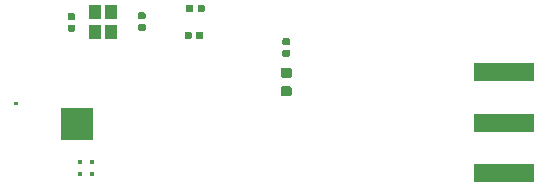
<source format=gbr>
G04 #@! TF.GenerationSoftware,KiCad,Pcbnew,(5.0.2)-1*
G04 #@! TF.CreationDate,2019-03-14T13:57:24-04:00*
G04 #@! TF.ProjectId,PCB10,50434231-302e-46b6-9963-61645f706362,rev?*
G04 #@! TF.SameCoordinates,Original*
G04 #@! TF.FileFunction,Paste,Top*
G04 #@! TF.FilePolarity,Positive*
%FSLAX46Y46*%
G04 Gerber Fmt 4.6, Leading zero omitted, Abs format (unit mm)*
G04 Created by KiCad (PCBNEW (5.0.2)-1) date 3/14/2019 1:57:24 PM*
%MOMM*%
%LPD*%
G01*
G04 APERTURE LIST*
%ADD10C,0.100000*%
%ADD11C,0.875000*%
%ADD12R,0.325000X0.325000*%
%ADD13R,2.670000X2.670000*%
%ADD14C,0.255000*%
%ADD15R,1.100000X1.200000*%
%ADD16C,0.590000*%
%ADD17R,5.080000X1.500000*%
G04 APERTURE END LIST*
D10*
G04 #@! TO.C,L1*
G36*
X176045691Y-95220053D02*
X176066926Y-95223203D01*
X176087750Y-95228419D01*
X176107962Y-95235651D01*
X176127368Y-95244830D01*
X176145781Y-95255866D01*
X176163024Y-95268654D01*
X176178930Y-95283070D01*
X176193346Y-95298976D01*
X176206134Y-95316219D01*
X176217170Y-95334632D01*
X176226349Y-95354038D01*
X176233581Y-95374250D01*
X176238797Y-95395074D01*
X176241947Y-95416309D01*
X176243000Y-95437750D01*
X176243000Y-95875250D01*
X176241947Y-95896691D01*
X176238797Y-95917926D01*
X176233581Y-95938750D01*
X176226349Y-95958962D01*
X176217170Y-95978368D01*
X176206134Y-95996781D01*
X176193346Y-96014024D01*
X176178930Y-96029930D01*
X176163024Y-96044346D01*
X176145781Y-96057134D01*
X176127368Y-96068170D01*
X176107962Y-96077349D01*
X176087750Y-96084581D01*
X176066926Y-96089797D01*
X176045691Y-96092947D01*
X176024250Y-96094000D01*
X175511750Y-96094000D01*
X175490309Y-96092947D01*
X175469074Y-96089797D01*
X175448250Y-96084581D01*
X175428038Y-96077349D01*
X175408632Y-96068170D01*
X175390219Y-96057134D01*
X175372976Y-96044346D01*
X175357070Y-96029930D01*
X175342654Y-96014024D01*
X175329866Y-95996781D01*
X175318830Y-95978368D01*
X175309651Y-95958962D01*
X175302419Y-95938750D01*
X175297203Y-95917926D01*
X175294053Y-95896691D01*
X175293000Y-95875250D01*
X175293000Y-95437750D01*
X175294053Y-95416309D01*
X175297203Y-95395074D01*
X175302419Y-95374250D01*
X175309651Y-95354038D01*
X175318830Y-95334632D01*
X175329866Y-95316219D01*
X175342654Y-95298976D01*
X175357070Y-95283070D01*
X175372976Y-95268654D01*
X175390219Y-95255866D01*
X175408632Y-95244830D01*
X175428038Y-95235651D01*
X175448250Y-95228419D01*
X175469074Y-95223203D01*
X175490309Y-95220053D01*
X175511750Y-95219000D01*
X176024250Y-95219000D01*
X176045691Y-95220053D01*
X176045691Y-95220053D01*
G37*
D11*
X175768000Y-95656500D03*
D10*
G36*
X176045691Y-93645053D02*
X176066926Y-93648203D01*
X176087750Y-93653419D01*
X176107962Y-93660651D01*
X176127368Y-93669830D01*
X176145781Y-93680866D01*
X176163024Y-93693654D01*
X176178930Y-93708070D01*
X176193346Y-93723976D01*
X176206134Y-93741219D01*
X176217170Y-93759632D01*
X176226349Y-93779038D01*
X176233581Y-93799250D01*
X176238797Y-93820074D01*
X176241947Y-93841309D01*
X176243000Y-93862750D01*
X176243000Y-94300250D01*
X176241947Y-94321691D01*
X176238797Y-94342926D01*
X176233581Y-94363750D01*
X176226349Y-94383962D01*
X176217170Y-94403368D01*
X176206134Y-94421781D01*
X176193346Y-94439024D01*
X176178930Y-94454930D01*
X176163024Y-94469346D01*
X176145781Y-94482134D01*
X176127368Y-94493170D01*
X176107962Y-94502349D01*
X176087750Y-94509581D01*
X176066926Y-94514797D01*
X176045691Y-94517947D01*
X176024250Y-94519000D01*
X175511750Y-94519000D01*
X175490309Y-94517947D01*
X175469074Y-94514797D01*
X175448250Y-94509581D01*
X175428038Y-94502349D01*
X175408632Y-94493170D01*
X175390219Y-94482134D01*
X175372976Y-94469346D01*
X175357070Y-94454930D01*
X175342654Y-94439024D01*
X175329866Y-94421781D01*
X175318830Y-94403368D01*
X175309651Y-94383962D01*
X175302419Y-94363750D01*
X175297203Y-94342926D01*
X175294053Y-94321691D01*
X175293000Y-94300250D01*
X175293000Y-93862750D01*
X175294053Y-93841309D01*
X175297203Y-93820074D01*
X175302419Y-93799250D01*
X175309651Y-93779038D01*
X175318830Y-93759632D01*
X175329866Y-93741219D01*
X175342654Y-93723976D01*
X175357070Y-93708070D01*
X175372976Y-93693654D01*
X175390219Y-93680866D01*
X175408632Y-93669830D01*
X175428038Y-93660651D01*
X175448250Y-93653419D01*
X175469074Y-93648203D01*
X175490309Y-93645053D01*
X175511750Y-93644000D01*
X176024250Y-93644000D01*
X176045691Y-93645053D01*
X176045691Y-93645053D01*
G37*
D11*
X175768000Y-94081500D03*
G04 #@! TD*
D12*
G04 #@! TO.C,Transceiver1*
X158345501Y-101674001D03*
X159345501Y-101674001D03*
X158345501Y-102674001D03*
X159345501Y-102674001D03*
D13*
X158095501Y-98424001D03*
D10*
G36*
X152990500Y-96546808D02*
X152996688Y-96547726D01*
X153002757Y-96549246D01*
X153008647Y-96551354D01*
X153014303Y-96554029D01*
X153019669Y-96557245D01*
X153024694Y-96560972D01*
X153029329Y-96565173D01*
X153033530Y-96569808D01*
X153037257Y-96574833D01*
X153040473Y-96580199D01*
X153043148Y-96585855D01*
X153045256Y-96591745D01*
X153046776Y-96597814D01*
X153047694Y-96604002D01*
X153048001Y-96610251D01*
X153048001Y-96737751D01*
X153047694Y-96744000D01*
X153046776Y-96750188D01*
X153045256Y-96756257D01*
X153043148Y-96762147D01*
X153040473Y-96767803D01*
X153037257Y-96773169D01*
X153033530Y-96778194D01*
X153029329Y-96782829D01*
X153024694Y-96787030D01*
X153019669Y-96790757D01*
X153014303Y-96793973D01*
X153008647Y-96796648D01*
X153002757Y-96798756D01*
X152996688Y-96800276D01*
X152990500Y-96801194D01*
X152984251Y-96801501D01*
X152756751Y-96801501D01*
X152750502Y-96801194D01*
X152744314Y-96800276D01*
X152738245Y-96798756D01*
X152732355Y-96796648D01*
X152726699Y-96793973D01*
X152721333Y-96790757D01*
X152716308Y-96787030D01*
X152711673Y-96782829D01*
X152707472Y-96778194D01*
X152703745Y-96773169D01*
X152700529Y-96767803D01*
X152697854Y-96762147D01*
X152695746Y-96756257D01*
X152694226Y-96750188D01*
X152693308Y-96744000D01*
X152693001Y-96737751D01*
X152693001Y-96610251D01*
X152693308Y-96604002D01*
X152694226Y-96597814D01*
X152695746Y-96591745D01*
X152697854Y-96585855D01*
X152700529Y-96580199D01*
X152703745Y-96574833D01*
X152707472Y-96569808D01*
X152711673Y-96565173D01*
X152716308Y-96560972D01*
X152721333Y-96557245D01*
X152726699Y-96554029D01*
X152732355Y-96551354D01*
X152738245Y-96549246D01*
X152744314Y-96547726D01*
X152750502Y-96546808D01*
X152756751Y-96546501D01*
X152984251Y-96546501D01*
X152990500Y-96546808D01*
X152990500Y-96546808D01*
G37*
D14*
X152870501Y-96674001D03*
G04 #@! TD*
D15*
G04 #@! TO.C,Y1*
X160949042Y-88972714D03*
X160949042Y-90672714D03*
X159549042Y-88972714D03*
X159549042Y-90672714D03*
G04 #@! TD*
D10*
G04 #@! TO.C,CrystalCap1*
G36*
X163738000Y-88979924D02*
X163752318Y-88982048D01*
X163766359Y-88985565D01*
X163779988Y-88990442D01*
X163793073Y-88996631D01*
X163805489Y-89004072D01*
X163817115Y-89012695D01*
X163827840Y-89022416D01*
X163837561Y-89033141D01*
X163846184Y-89044767D01*
X163853625Y-89057183D01*
X163859814Y-89070268D01*
X163864691Y-89083897D01*
X163868208Y-89097938D01*
X163870332Y-89112256D01*
X163871042Y-89126714D01*
X163871042Y-89421714D01*
X163870332Y-89436172D01*
X163868208Y-89450490D01*
X163864691Y-89464531D01*
X163859814Y-89478160D01*
X163853625Y-89491245D01*
X163846184Y-89503661D01*
X163837561Y-89515287D01*
X163827840Y-89526012D01*
X163817115Y-89535733D01*
X163805489Y-89544356D01*
X163793073Y-89551797D01*
X163779988Y-89557986D01*
X163766359Y-89562863D01*
X163752318Y-89566380D01*
X163738000Y-89568504D01*
X163723542Y-89569214D01*
X163378542Y-89569214D01*
X163364084Y-89568504D01*
X163349766Y-89566380D01*
X163335725Y-89562863D01*
X163322096Y-89557986D01*
X163309011Y-89551797D01*
X163296595Y-89544356D01*
X163284969Y-89535733D01*
X163274244Y-89526012D01*
X163264523Y-89515287D01*
X163255900Y-89503661D01*
X163248459Y-89491245D01*
X163242270Y-89478160D01*
X163237393Y-89464531D01*
X163233876Y-89450490D01*
X163231752Y-89436172D01*
X163231042Y-89421714D01*
X163231042Y-89126714D01*
X163231752Y-89112256D01*
X163233876Y-89097938D01*
X163237393Y-89083897D01*
X163242270Y-89070268D01*
X163248459Y-89057183D01*
X163255900Y-89044767D01*
X163264523Y-89033141D01*
X163274244Y-89022416D01*
X163284969Y-89012695D01*
X163296595Y-89004072D01*
X163309011Y-88996631D01*
X163322096Y-88990442D01*
X163335725Y-88985565D01*
X163349766Y-88982048D01*
X163364084Y-88979924D01*
X163378542Y-88979214D01*
X163723542Y-88979214D01*
X163738000Y-88979924D01*
X163738000Y-88979924D01*
G37*
D16*
X163551042Y-89274214D03*
D10*
G36*
X163738000Y-89949924D02*
X163752318Y-89952048D01*
X163766359Y-89955565D01*
X163779988Y-89960442D01*
X163793073Y-89966631D01*
X163805489Y-89974072D01*
X163817115Y-89982695D01*
X163827840Y-89992416D01*
X163837561Y-90003141D01*
X163846184Y-90014767D01*
X163853625Y-90027183D01*
X163859814Y-90040268D01*
X163864691Y-90053897D01*
X163868208Y-90067938D01*
X163870332Y-90082256D01*
X163871042Y-90096714D01*
X163871042Y-90391714D01*
X163870332Y-90406172D01*
X163868208Y-90420490D01*
X163864691Y-90434531D01*
X163859814Y-90448160D01*
X163853625Y-90461245D01*
X163846184Y-90473661D01*
X163837561Y-90485287D01*
X163827840Y-90496012D01*
X163817115Y-90505733D01*
X163805489Y-90514356D01*
X163793073Y-90521797D01*
X163779988Y-90527986D01*
X163766359Y-90532863D01*
X163752318Y-90536380D01*
X163738000Y-90538504D01*
X163723542Y-90539214D01*
X163378542Y-90539214D01*
X163364084Y-90538504D01*
X163349766Y-90536380D01*
X163335725Y-90532863D01*
X163322096Y-90527986D01*
X163309011Y-90521797D01*
X163296595Y-90514356D01*
X163284969Y-90505733D01*
X163274244Y-90496012D01*
X163264523Y-90485287D01*
X163255900Y-90473661D01*
X163248459Y-90461245D01*
X163242270Y-90448160D01*
X163237393Y-90434531D01*
X163233876Y-90420490D01*
X163231752Y-90406172D01*
X163231042Y-90391714D01*
X163231042Y-90096714D01*
X163231752Y-90082256D01*
X163233876Y-90067938D01*
X163237393Y-90053897D01*
X163242270Y-90040268D01*
X163248459Y-90027183D01*
X163255900Y-90014767D01*
X163264523Y-90003141D01*
X163274244Y-89992416D01*
X163284969Y-89982695D01*
X163296595Y-89974072D01*
X163309011Y-89966631D01*
X163322096Y-89960442D01*
X163335725Y-89955565D01*
X163349766Y-89952048D01*
X163364084Y-89949924D01*
X163378542Y-89949214D01*
X163723542Y-89949214D01*
X163738000Y-89949924D01*
X163738000Y-89949924D01*
G37*
D16*
X163551042Y-90244214D03*
G04 #@! TD*
D10*
G04 #@! TO.C,Crystalcap2*
G36*
X157769000Y-89043424D02*
X157783318Y-89045548D01*
X157797359Y-89049065D01*
X157810988Y-89053942D01*
X157824073Y-89060131D01*
X157836489Y-89067572D01*
X157848115Y-89076195D01*
X157858840Y-89085916D01*
X157868561Y-89096641D01*
X157877184Y-89108267D01*
X157884625Y-89120683D01*
X157890814Y-89133768D01*
X157895691Y-89147397D01*
X157899208Y-89161438D01*
X157901332Y-89175756D01*
X157902042Y-89190214D01*
X157902042Y-89485214D01*
X157901332Y-89499672D01*
X157899208Y-89513990D01*
X157895691Y-89528031D01*
X157890814Y-89541660D01*
X157884625Y-89554745D01*
X157877184Y-89567161D01*
X157868561Y-89578787D01*
X157858840Y-89589512D01*
X157848115Y-89599233D01*
X157836489Y-89607856D01*
X157824073Y-89615297D01*
X157810988Y-89621486D01*
X157797359Y-89626363D01*
X157783318Y-89629880D01*
X157769000Y-89632004D01*
X157754542Y-89632714D01*
X157409542Y-89632714D01*
X157395084Y-89632004D01*
X157380766Y-89629880D01*
X157366725Y-89626363D01*
X157353096Y-89621486D01*
X157340011Y-89615297D01*
X157327595Y-89607856D01*
X157315969Y-89599233D01*
X157305244Y-89589512D01*
X157295523Y-89578787D01*
X157286900Y-89567161D01*
X157279459Y-89554745D01*
X157273270Y-89541660D01*
X157268393Y-89528031D01*
X157264876Y-89513990D01*
X157262752Y-89499672D01*
X157262042Y-89485214D01*
X157262042Y-89190214D01*
X157262752Y-89175756D01*
X157264876Y-89161438D01*
X157268393Y-89147397D01*
X157273270Y-89133768D01*
X157279459Y-89120683D01*
X157286900Y-89108267D01*
X157295523Y-89096641D01*
X157305244Y-89085916D01*
X157315969Y-89076195D01*
X157327595Y-89067572D01*
X157340011Y-89060131D01*
X157353096Y-89053942D01*
X157366725Y-89049065D01*
X157380766Y-89045548D01*
X157395084Y-89043424D01*
X157409542Y-89042714D01*
X157754542Y-89042714D01*
X157769000Y-89043424D01*
X157769000Y-89043424D01*
G37*
D16*
X157582042Y-89337714D03*
D10*
G36*
X157769000Y-90013424D02*
X157783318Y-90015548D01*
X157797359Y-90019065D01*
X157810988Y-90023942D01*
X157824073Y-90030131D01*
X157836489Y-90037572D01*
X157848115Y-90046195D01*
X157858840Y-90055916D01*
X157868561Y-90066641D01*
X157877184Y-90078267D01*
X157884625Y-90090683D01*
X157890814Y-90103768D01*
X157895691Y-90117397D01*
X157899208Y-90131438D01*
X157901332Y-90145756D01*
X157902042Y-90160214D01*
X157902042Y-90455214D01*
X157901332Y-90469672D01*
X157899208Y-90483990D01*
X157895691Y-90498031D01*
X157890814Y-90511660D01*
X157884625Y-90524745D01*
X157877184Y-90537161D01*
X157868561Y-90548787D01*
X157858840Y-90559512D01*
X157848115Y-90569233D01*
X157836489Y-90577856D01*
X157824073Y-90585297D01*
X157810988Y-90591486D01*
X157797359Y-90596363D01*
X157783318Y-90599880D01*
X157769000Y-90602004D01*
X157754542Y-90602714D01*
X157409542Y-90602714D01*
X157395084Y-90602004D01*
X157380766Y-90599880D01*
X157366725Y-90596363D01*
X157353096Y-90591486D01*
X157340011Y-90585297D01*
X157327595Y-90577856D01*
X157315969Y-90569233D01*
X157305244Y-90559512D01*
X157295523Y-90548787D01*
X157286900Y-90537161D01*
X157279459Y-90524745D01*
X157273270Y-90511660D01*
X157268393Y-90498031D01*
X157264876Y-90483990D01*
X157262752Y-90469672D01*
X157262042Y-90455214D01*
X157262042Y-90160214D01*
X157262752Y-90145756D01*
X157264876Y-90131438D01*
X157268393Y-90117397D01*
X157273270Y-90103768D01*
X157279459Y-90090683D01*
X157286900Y-90078267D01*
X157295523Y-90066641D01*
X157305244Y-90055916D01*
X157315969Y-90046195D01*
X157327595Y-90037572D01*
X157340011Y-90030131D01*
X157353096Y-90023942D01*
X157366725Y-90019065D01*
X157380766Y-90015548D01*
X157395084Y-90013424D01*
X157409542Y-90012714D01*
X157754542Y-90012714D01*
X157769000Y-90013424D01*
X157769000Y-90013424D01*
G37*
D16*
X157582042Y-90307714D03*
G04 #@! TD*
D10*
G04 #@! TO.C,C4*
G36*
X167634458Y-90612710D02*
X167648776Y-90614834D01*
X167662817Y-90618351D01*
X167676446Y-90623228D01*
X167689531Y-90629417D01*
X167701947Y-90636858D01*
X167713573Y-90645481D01*
X167724298Y-90655202D01*
X167734019Y-90665927D01*
X167742642Y-90677553D01*
X167750083Y-90689969D01*
X167756272Y-90703054D01*
X167761149Y-90716683D01*
X167764666Y-90730724D01*
X167766790Y-90745042D01*
X167767500Y-90759500D01*
X167767500Y-91104500D01*
X167766790Y-91118958D01*
X167764666Y-91133276D01*
X167761149Y-91147317D01*
X167756272Y-91160946D01*
X167750083Y-91174031D01*
X167742642Y-91186447D01*
X167734019Y-91198073D01*
X167724298Y-91208798D01*
X167713573Y-91218519D01*
X167701947Y-91227142D01*
X167689531Y-91234583D01*
X167676446Y-91240772D01*
X167662817Y-91245649D01*
X167648776Y-91249166D01*
X167634458Y-91251290D01*
X167620000Y-91252000D01*
X167325000Y-91252000D01*
X167310542Y-91251290D01*
X167296224Y-91249166D01*
X167282183Y-91245649D01*
X167268554Y-91240772D01*
X167255469Y-91234583D01*
X167243053Y-91227142D01*
X167231427Y-91218519D01*
X167220702Y-91208798D01*
X167210981Y-91198073D01*
X167202358Y-91186447D01*
X167194917Y-91174031D01*
X167188728Y-91160946D01*
X167183851Y-91147317D01*
X167180334Y-91133276D01*
X167178210Y-91118958D01*
X167177500Y-91104500D01*
X167177500Y-90759500D01*
X167178210Y-90745042D01*
X167180334Y-90730724D01*
X167183851Y-90716683D01*
X167188728Y-90703054D01*
X167194917Y-90689969D01*
X167202358Y-90677553D01*
X167210981Y-90665927D01*
X167220702Y-90655202D01*
X167231427Y-90645481D01*
X167243053Y-90636858D01*
X167255469Y-90629417D01*
X167268554Y-90623228D01*
X167282183Y-90618351D01*
X167296224Y-90614834D01*
X167310542Y-90612710D01*
X167325000Y-90612000D01*
X167620000Y-90612000D01*
X167634458Y-90612710D01*
X167634458Y-90612710D01*
G37*
D16*
X167472500Y-90932000D03*
D10*
G36*
X168604458Y-90612710D02*
X168618776Y-90614834D01*
X168632817Y-90618351D01*
X168646446Y-90623228D01*
X168659531Y-90629417D01*
X168671947Y-90636858D01*
X168683573Y-90645481D01*
X168694298Y-90655202D01*
X168704019Y-90665927D01*
X168712642Y-90677553D01*
X168720083Y-90689969D01*
X168726272Y-90703054D01*
X168731149Y-90716683D01*
X168734666Y-90730724D01*
X168736790Y-90745042D01*
X168737500Y-90759500D01*
X168737500Y-91104500D01*
X168736790Y-91118958D01*
X168734666Y-91133276D01*
X168731149Y-91147317D01*
X168726272Y-91160946D01*
X168720083Y-91174031D01*
X168712642Y-91186447D01*
X168704019Y-91198073D01*
X168694298Y-91208798D01*
X168683573Y-91218519D01*
X168671947Y-91227142D01*
X168659531Y-91234583D01*
X168646446Y-91240772D01*
X168632817Y-91245649D01*
X168618776Y-91249166D01*
X168604458Y-91251290D01*
X168590000Y-91252000D01*
X168295000Y-91252000D01*
X168280542Y-91251290D01*
X168266224Y-91249166D01*
X168252183Y-91245649D01*
X168238554Y-91240772D01*
X168225469Y-91234583D01*
X168213053Y-91227142D01*
X168201427Y-91218519D01*
X168190702Y-91208798D01*
X168180981Y-91198073D01*
X168172358Y-91186447D01*
X168164917Y-91174031D01*
X168158728Y-91160946D01*
X168153851Y-91147317D01*
X168150334Y-91133276D01*
X168148210Y-91118958D01*
X168147500Y-91104500D01*
X168147500Y-90759500D01*
X168148210Y-90745042D01*
X168150334Y-90730724D01*
X168153851Y-90716683D01*
X168158728Y-90703054D01*
X168164917Y-90689969D01*
X168172358Y-90677553D01*
X168180981Y-90665927D01*
X168190702Y-90655202D01*
X168201427Y-90645481D01*
X168213053Y-90636858D01*
X168225469Y-90629417D01*
X168238554Y-90623228D01*
X168252183Y-90618351D01*
X168266224Y-90614834D01*
X168280542Y-90612710D01*
X168295000Y-90612000D01*
X168590000Y-90612000D01*
X168604458Y-90612710D01*
X168604458Y-90612710D01*
G37*
D16*
X168442500Y-90932000D03*
G04 #@! TD*
D10*
G04 #@! TO.C,C8*
G36*
X168731458Y-88326710D02*
X168745776Y-88328834D01*
X168759817Y-88332351D01*
X168773446Y-88337228D01*
X168786531Y-88343417D01*
X168798947Y-88350858D01*
X168810573Y-88359481D01*
X168821298Y-88369202D01*
X168831019Y-88379927D01*
X168839642Y-88391553D01*
X168847083Y-88403969D01*
X168853272Y-88417054D01*
X168858149Y-88430683D01*
X168861666Y-88444724D01*
X168863790Y-88459042D01*
X168864500Y-88473500D01*
X168864500Y-88818500D01*
X168863790Y-88832958D01*
X168861666Y-88847276D01*
X168858149Y-88861317D01*
X168853272Y-88874946D01*
X168847083Y-88888031D01*
X168839642Y-88900447D01*
X168831019Y-88912073D01*
X168821298Y-88922798D01*
X168810573Y-88932519D01*
X168798947Y-88941142D01*
X168786531Y-88948583D01*
X168773446Y-88954772D01*
X168759817Y-88959649D01*
X168745776Y-88963166D01*
X168731458Y-88965290D01*
X168717000Y-88966000D01*
X168422000Y-88966000D01*
X168407542Y-88965290D01*
X168393224Y-88963166D01*
X168379183Y-88959649D01*
X168365554Y-88954772D01*
X168352469Y-88948583D01*
X168340053Y-88941142D01*
X168328427Y-88932519D01*
X168317702Y-88922798D01*
X168307981Y-88912073D01*
X168299358Y-88900447D01*
X168291917Y-88888031D01*
X168285728Y-88874946D01*
X168280851Y-88861317D01*
X168277334Y-88847276D01*
X168275210Y-88832958D01*
X168274500Y-88818500D01*
X168274500Y-88473500D01*
X168275210Y-88459042D01*
X168277334Y-88444724D01*
X168280851Y-88430683D01*
X168285728Y-88417054D01*
X168291917Y-88403969D01*
X168299358Y-88391553D01*
X168307981Y-88379927D01*
X168317702Y-88369202D01*
X168328427Y-88359481D01*
X168340053Y-88350858D01*
X168352469Y-88343417D01*
X168365554Y-88337228D01*
X168379183Y-88332351D01*
X168393224Y-88328834D01*
X168407542Y-88326710D01*
X168422000Y-88326000D01*
X168717000Y-88326000D01*
X168731458Y-88326710D01*
X168731458Y-88326710D01*
G37*
D16*
X168569500Y-88646000D03*
D10*
G36*
X167761458Y-88326710D02*
X167775776Y-88328834D01*
X167789817Y-88332351D01*
X167803446Y-88337228D01*
X167816531Y-88343417D01*
X167828947Y-88350858D01*
X167840573Y-88359481D01*
X167851298Y-88369202D01*
X167861019Y-88379927D01*
X167869642Y-88391553D01*
X167877083Y-88403969D01*
X167883272Y-88417054D01*
X167888149Y-88430683D01*
X167891666Y-88444724D01*
X167893790Y-88459042D01*
X167894500Y-88473500D01*
X167894500Y-88818500D01*
X167893790Y-88832958D01*
X167891666Y-88847276D01*
X167888149Y-88861317D01*
X167883272Y-88874946D01*
X167877083Y-88888031D01*
X167869642Y-88900447D01*
X167861019Y-88912073D01*
X167851298Y-88922798D01*
X167840573Y-88932519D01*
X167828947Y-88941142D01*
X167816531Y-88948583D01*
X167803446Y-88954772D01*
X167789817Y-88959649D01*
X167775776Y-88963166D01*
X167761458Y-88965290D01*
X167747000Y-88966000D01*
X167452000Y-88966000D01*
X167437542Y-88965290D01*
X167423224Y-88963166D01*
X167409183Y-88959649D01*
X167395554Y-88954772D01*
X167382469Y-88948583D01*
X167370053Y-88941142D01*
X167358427Y-88932519D01*
X167347702Y-88922798D01*
X167337981Y-88912073D01*
X167329358Y-88900447D01*
X167321917Y-88888031D01*
X167315728Y-88874946D01*
X167310851Y-88861317D01*
X167307334Y-88847276D01*
X167305210Y-88832958D01*
X167304500Y-88818500D01*
X167304500Y-88473500D01*
X167305210Y-88459042D01*
X167307334Y-88444724D01*
X167310851Y-88430683D01*
X167315728Y-88417054D01*
X167321917Y-88403969D01*
X167329358Y-88391553D01*
X167337981Y-88379927D01*
X167347702Y-88369202D01*
X167358427Y-88359481D01*
X167370053Y-88350858D01*
X167382469Y-88343417D01*
X167395554Y-88337228D01*
X167409183Y-88332351D01*
X167423224Y-88328834D01*
X167437542Y-88326710D01*
X167452000Y-88326000D01*
X167747000Y-88326000D01*
X167761458Y-88326710D01*
X167761458Y-88326710D01*
G37*
D16*
X167599500Y-88646000D03*
G04 #@! TD*
D10*
G04 #@! TO.C,C1*
G36*
X175954958Y-92138710D02*
X175969276Y-92140834D01*
X175983317Y-92144351D01*
X175996946Y-92149228D01*
X176010031Y-92155417D01*
X176022447Y-92162858D01*
X176034073Y-92171481D01*
X176044798Y-92181202D01*
X176054519Y-92191927D01*
X176063142Y-92203553D01*
X176070583Y-92215969D01*
X176076772Y-92229054D01*
X176081649Y-92242683D01*
X176085166Y-92256724D01*
X176087290Y-92271042D01*
X176088000Y-92285500D01*
X176088000Y-92580500D01*
X176087290Y-92594958D01*
X176085166Y-92609276D01*
X176081649Y-92623317D01*
X176076772Y-92636946D01*
X176070583Y-92650031D01*
X176063142Y-92662447D01*
X176054519Y-92674073D01*
X176044798Y-92684798D01*
X176034073Y-92694519D01*
X176022447Y-92703142D01*
X176010031Y-92710583D01*
X175996946Y-92716772D01*
X175983317Y-92721649D01*
X175969276Y-92725166D01*
X175954958Y-92727290D01*
X175940500Y-92728000D01*
X175595500Y-92728000D01*
X175581042Y-92727290D01*
X175566724Y-92725166D01*
X175552683Y-92721649D01*
X175539054Y-92716772D01*
X175525969Y-92710583D01*
X175513553Y-92703142D01*
X175501927Y-92694519D01*
X175491202Y-92684798D01*
X175481481Y-92674073D01*
X175472858Y-92662447D01*
X175465417Y-92650031D01*
X175459228Y-92636946D01*
X175454351Y-92623317D01*
X175450834Y-92609276D01*
X175448710Y-92594958D01*
X175448000Y-92580500D01*
X175448000Y-92285500D01*
X175448710Y-92271042D01*
X175450834Y-92256724D01*
X175454351Y-92242683D01*
X175459228Y-92229054D01*
X175465417Y-92215969D01*
X175472858Y-92203553D01*
X175481481Y-92191927D01*
X175491202Y-92181202D01*
X175501927Y-92171481D01*
X175513553Y-92162858D01*
X175525969Y-92155417D01*
X175539054Y-92149228D01*
X175552683Y-92144351D01*
X175566724Y-92140834D01*
X175581042Y-92138710D01*
X175595500Y-92138000D01*
X175940500Y-92138000D01*
X175954958Y-92138710D01*
X175954958Y-92138710D01*
G37*
D16*
X175768000Y-92433000D03*
D10*
G36*
X175954958Y-91168710D02*
X175969276Y-91170834D01*
X175983317Y-91174351D01*
X175996946Y-91179228D01*
X176010031Y-91185417D01*
X176022447Y-91192858D01*
X176034073Y-91201481D01*
X176044798Y-91211202D01*
X176054519Y-91221927D01*
X176063142Y-91233553D01*
X176070583Y-91245969D01*
X176076772Y-91259054D01*
X176081649Y-91272683D01*
X176085166Y-91286724D01*
X176087290Y-91301042D01*
X176088000Y-91315500D01*
X176088000Y-91610500D01*
X176087290Y-91624958D01*
X176085166Y-91639276D01*
X176081649Y-91653317D01*
X176076772Y-91666946D01*
X176070583Y-91680031D01*
X176063142Y-91692447D01*
X176054519Y-91704073D01*
X176044798Y-91714798D01*
X176034073Y-91724519D01*
X176022447Y-91733142D01*
X176010031Y-91740583D01*
X175996946Y-91746772D01*
X175983317Y-91751649D01*
X175969276Y-91755166D01*
X175954958Y-91757290D01*
X175940500Y-91758000D01*
X175595500Y-91758000D01*
X175581042Y-91757290D01*
X175566724Y-91755166D01*
X175552683Y-91751649D01*
X175539054Y-91746772D01*
X175525969Y-91740583D01*
X175513553Y-91733142D01*
X175501927Y-91724519D01*
X175491202Y-91714798D01*
X175481481Y-91704073D01*
X175472858Y-91692447D01*
X175465417Y-91680031D01*
X175459228Y-91666946D01*
X175454351Y-91653317D01*
X175450834Y-91639276D01*
X175448710Y-91624958D01*
X175448000Y-91610500D01*
X175448000Y-91315500D01*
X175448710Y-91301042D01*
X175450834Y-91286724D01*
X175454351Y-91272683D01*
X175459228Y-91259054D01*
X175465417Y-91245969D01*
X175472858Y-91233553D01*
X175481481Y-91221927D01*
X175491202Y-91211202D01*
X175501927Y-91201481D01*
X175513553Y-91192858D01*
X175525969Y-91185417D01*
X175539054Y-91179228D01*
X175552683Y-91174351D01*
X175566724Y-91170834D01*
X175581042Y-91168710D01*
X175595500Y-91168000D01*
X175940500Y-91168000D01*
X175954958Y-91168710D01*
X175954958Y-91168710D01*
G37*
D16*
X175768000Y-91463000D03*
G04 #@! TD*
D17*
G04 #@! TO.C,Coaxial_Port1*
X194183000Y-102548000D03*
X194183000Y-94048000D03*
X194183000Y-98298000D03*
G04 #@! TD*
M02*

</source>
